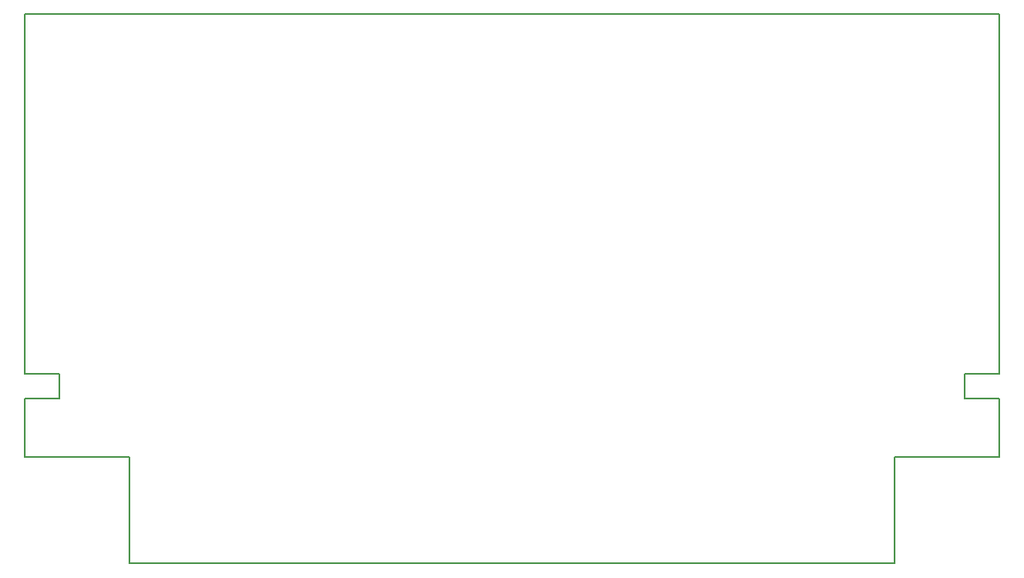
<source format=gbr>
G04 DipTrace 4.0.0.5*
G04 BoardOutline.gbr*
%MOIN*%
G04 #@! TF.FileFunction,Profile*
G04 #@! TF.Part,Single*
%ADD12C,0.005512*%
%FSLAX26Y26*%
G04*
G70*
G90*
G75*
G01*
G04 BoardOutline*
%LPD*%
X816929Y826772D2*
D12*
Y393701D1*
X3907480D1*
Y826772D1*
X4330709D1*
Y1062992D1*
X4192913D1*
Y1161417D1*
X4330709D1*
Y2618110D1*
X393701D1*
Y1161417D1*
X531496D1*
Y1062992D1*
X393701D1*
Y826772D1*
X816929D1*
M02*

</source>
